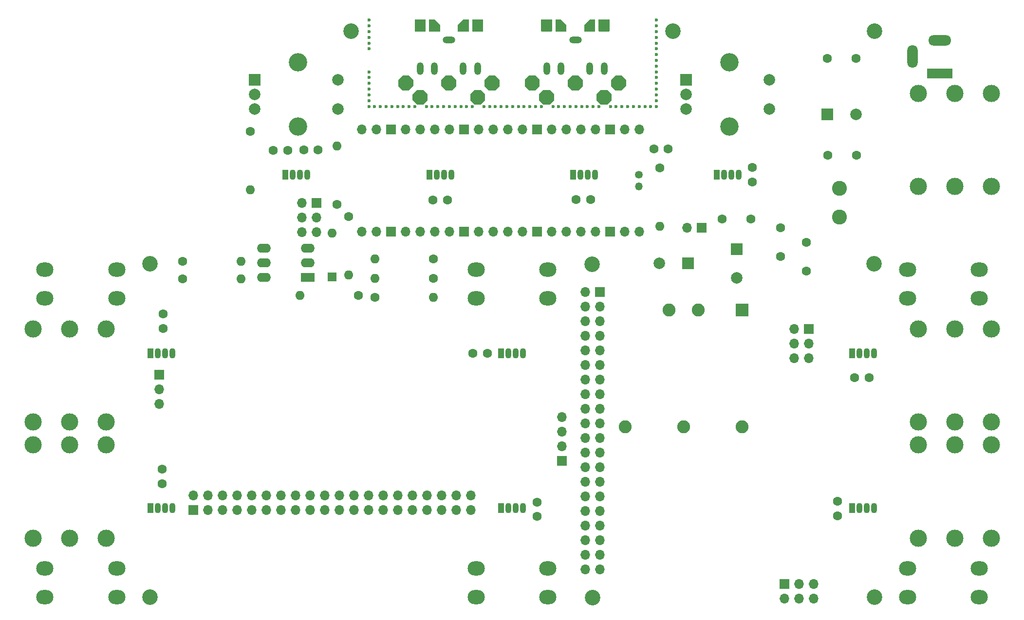
<source format=gts>
G04 #@! TF.GenerationSoftware,KiCad,Pcbnew,7.0.1.1-36-gbcf78dbe24-dirty-deb11*
G04 #@! TF.CreationDate,2023-04-04T18:12:21+00:00*
G04 #@! TF.ProjectId,pedalboard-hw,70656461-6c62-46f6-9172-642d68772e6b,1.0.2*
G04 #@! TF.SameCoordinates,Original*
G04 #@! TF.FileFunction,Soldermask,Top*
G04 #@! TF.FilePolarity,Negative*
%FSLAX46Y46*%
G04 Gerber Fmt 4.6, Leading zero omitted, Abs format (unit mm)*
G04 Created by KiCad (PCBNEW 7.0.1.1-36-gbcf78dbe24-dirty-deb11) date 2023-04-04 18:12:21*
%MOMM*%
%LPD*%
G01*
G04 APERTURE LIST*
%ADD10C,2.700000*%
%ADD11C,1.600000*%
%ADD12O,1.200000X2.200000*%
%ADD13O,2.200000X1.200000*%
%ADD14C,3.000000*%
%ADD15R,4.400000X1.800000*%
%ADD16O,4.000000X1.800000*%
%ADD17O,1.800000X4.000000*%
%ADD18O,1.600000X1.600000*%
%ADD19R,1.070000X1.800000*%
%ADD20O,1.070000X1.800000*%
%ADD21R,2.250000X2.250000*%
%ADD22C,2.250000*%
%ADD23R,1.700000X1.700000*%
%ADD24O,1.700000X1.700000*%
%ADD25C,0.600000*%
%ADD26O,3.000000X2.500000*%
%ADD27R,2.400000X1.600000*%
%ADD28O,2.400000X1.600000*%
%ADD29C,2.600000*%
%ADD30R,2.000000X2.000000*%
%ADD31C,2.000000*%
%ADD32C,3.200000*%
%ADD33R,1.600000X1.600000*%
%ADD34C,1.350000*%
%ADD35O,1.350000X1.350000*%
G04 APERTURE END LIST*
D10*
X148020000Y3500000D03*
D11*
X126800000Y78300000D03*
X126800000Y75800000D03*
D12*
X101000000Y95500000D03*
X98500000Y95500000D03*
D13*
X96000000Y100500000D03*
D12*
X91000000Y95500000D03*
X93500000Y95500000D03*
D10*
X113000000Y102000000D03*
D14*
X8050000Y13800000D03*
X8050000Y30030000D03*
X1700000Y13800000D03*
X1700000Y30030000D03*
X14400000Y13800000D03*
X14400000Y30030000D03*
D11*
X139900000Y80400000D03*
X144900000Y80400000D03*
D15*
X159400000Y94600000D03*
D16*
X159400000Y100400000D03*
D17*
X154600000Y97600000D03*
D11*
X110700000Y78180000D03*
D18*
X110700000Y68020000D03*
D19*
X95600000Y77000000D03*
D20*
X96870000Y77000000D03*
X98140000Y77000000D03*
X99410000Y77000000D03*
D14*
X8085000Y34000000D03*
X8085000Y50230000D03*
X1735000Y34000000D03*
X1735000Y50230000D03*
X14435000Y34000000D03*
X14435000Y50230000D03*
D21*
X124960000Y53480000D03*
D22*
X117340000Y53480000D03*
X112260000Y53480000D03*
X104640000Y33160000D03*
X114800000Y33160000D03*
X124960000Y33160000D03*
D14*
X161950000Y30005000D03*
X161950000Y13775000D03*
X168300000Y30005000D03*
X168300000Y13775000D03*
X155600000Y30005000D03*
X155600000Y13775000D03*
D10*
X22000000Y61500000D03*
D19*
X120600000Y77000000D03*
D20*
X121870000Y77000000D03*
X123140000Y77000000D03*
X124410000Y77000000D03*
D11*
X89310000Y20070000D03*
X89310000Y17570000D03*
D19*
X83100000Y19000000D03*
D20*
X84370000Y19000000D03*
X85640000Y19000000D03*
X86910000Y19000000D03*
D10*
X98980000Y3480000D03*
D23*
X29590000Y18680000D03*
D24*
X29590000Y21220000D03*
X32130000Y18680000D03*
X32130000Y21220000D03*
X34670000Y18680000D03*
X34670000Y21220000D03*
X37210000Y18680000D03*
X37210000Y21220000D03*
X39750000Y18680000D03*
X39750000Y21220000D03*
X42290000Y18680000D03*
X42290000Y21220000D03*
X44830000Y18680000D03*
X44830000Y21220000D03*
X47370000Y18680000D03*
X47370000Y21220000D03*
X49910000Y18680000D03*
X49910000Y21220000D03*
X52450000Y18680000D03*
X52450000Y21220000D03*
X54990000Y18680000D03*
X54990000Y21220000D03*
X57530000Y18680000D03*
X57530000Y21220000D03*
X60070000Y18680000D03*
X60070000Y21220000D03*
X62610000Y18680000D03*
X62610000Y21220000D03*
X65150000Y18680000D03*
X65150000Y21220000D03*
X67690000Y18680000D03*
X67690000Y21220000D03*
X70230000Y18680000D03*
X70230000Y21220000D03*
X72770000Y18680000D03*
X72770000Y21220000D03*
X75310000Y18680000D03*
X75310000Y21220000D03*
X77850000Y18680000D03*
X77850000Y21220000D03*
D11*
X141620000Y17700000D03*
X141620000Y20200000D03*
D25*
X60100000Y103925000D03*
X60100000Y102925000D03*
X60100000Y101925000D03*
X60100000Y100925000D03*
X60100000Y99925000D03*
X60100000Y98925000D03*
X60100000Y94925000D03*
X60100000Y93925000D03*
X60100000Y92925000D03*
X60100000Y91925000D03*
X60100000Y90925000D03*
X60100000Y89925000D03*
X60100000Y88925000D03*
X61100000Y88925000D03*
X62100000Y88925000D03*
X63100000Y88925000D03*
X64100000Y88925000D03*
X65100000Y88925000D03*
X66100000Y88925000D03*
X67100000Y88925000D03*
X68100000Y88925000D03*
X70100000Y88925000D03*
X71100000Y88925000D03*
X72100000Y88925000D03*
X73100000Y88925000D03*
X74100000Y88925000D03*
X75100000Y88925000D03*
X76100000Y88925000D03*
X77100000Y88925000D03*
X78100000Y88925000D03*
X80100000Y88925000D03*
X81100000Y88925000D03*
X82100000Y88925000D03*
X83100000Y88925000D03*
X84100000Y88925000D03*
X85100000Y88925000D03*
X86100000Y88925000D03*
X87100000Y88925000D03*
X88100000Y88925000D03*
X89100000Y88925000D03*
X90100000Y88925000D03*
X92100000Y88925000D03*
X93100000Y88925000D03*
X94100000Y88925000D03*
X95100000Y88925000D03*
X96100000Y88925000D03*
X97100000Y88925000D03*
X98100000Y88925000D03*
X99100000Y88925000D03*
X100100000Y88925000D03*
X102100000Y88925000D03*
X103100000Y88925000D03*
X104100000Y88925000D03*
X105100000Y88925000D03*
X106100000Y88925000D03*
X107100000Y88925000D03*
X108100000Y88925000D03*
X109100000Y88925000D03*
X110100000Y103925000D03*
X110100000Y102925000D03*
X110100000Y101925000D03*
X110100000Y100925000D03*
X110100000Y99925000D03*
X110100000Y98925000D03*
X110100000Y97925000D03*
X110100000Y96925000D03*
X110100000Y95925000D03*
X110100000Y94925000D03*
X110100000Y93925000D03*
X110100000Y92925000D03*
X110100000Y91925000D03*
X110100000Y90925000D03*
X110100000Y89925000D03*
X110100000Y88925000D03*
D11*
X24155000Y23300000D03*
X24155000Y25800000D03*
D26*
X78750000Y60500000D03*
X91250000Y60500000D03*
X78750000Y55500000D03*
X91250000Y55500000D03*
D19*
X22100000Y46000000D03*
D20*
X23370000Y46000000D03*
X24640000Y46000000D03*
X25910000Y46000000D03*
D11*
X54575000Y71895000D03*
D18*
X54575000Y82055000D03*
D27*
X49475000Y59200000D03*
D28*
X49475000Y61740000D03*
X49475000Y64280000D03*
X41855000Y64280000D03*
X41855000Y61740000D03*
X41855000Y59200000D03*
D10*
X57000000Y102000000D03*
D29*
X141900000Y74700000D03*
X141900000Y69700000D03*
D14*
X161965000Y91200000D03*
X161965000Y74970000D03*
X168315000Y91200000D03*
X168315000Y74970000D03*
X155615000Y91200000D03*
X155615000Y74970000D03*
D11*
X43475000Y81300000D03*
X45975000Y81300000D03*
G36*
X87946312Y91714079D02*
G01*
X87214079Y92446312D01*
X87199200Y92482233D01*
X87199200Y93517767D01*
X87214079Y93553688D01*
X87946312Y94285921D01*
X87982233Y94300800D01*
X89017767Y94300800D01*
X89053688Y94285921D01*
X89785921Y93553688D01*
X89800800Y93517767D01*
X89800800Y92482233D01*
X89785921Y92446312D01*
X89053688Y91714079D01*
X89017767Y91699200D01*
X87982233Y91699200D01*
X87946312Y91714079D01*
G37*
G36*
X97285921Y92446312D02*
G01*
X96553688Y91714079D01*
X96517767Y91699200D01*
X95482233Y91699200D01*
X95446312Y91714079D01*
X94714079Y92446312D01*
X94699200Y92482233D01*
X94699200Y93517767D01*
X94714079Y93553688D01*
X95446312Y94285921D01*
X95482233Y94300800D01*
X96517767Y94300800D01*
X96553688Y94285921D01*
X97285921Y93553688D01*
X97300800Y93517767D01*
X97300800Y92482233D01*
X97285921Y92446312D01*
G37*
G36*
X102946312Y91714079D02*
G01*
X102214079Y92446312D01*
X102199200Y92482233D01*
X102199200Y93517767D01*
X102214079Y93553688D01*
X102946312Y94285921D01*
X102982233Y94300800D01*
X104017767Y94300800D01*
X104053688Y94285921D01*
X104785921Y93553688D01*
X104800800Y93517767D01*
X104800800Y92482233D01*
X104785921Y92446312D01*
X104053688Y91714079D01*
X104017767Y91699200D01*
X102982233Y91699200D01*
X102946312Y91714079D01*
G37*
G36*
X90446312Y89214079D02*
G01*
X89714079Y89946312D01*
X89699200Y89982233D01*
X89699200Y91017767D01*
X89714079Y91053688D01*
X90446312Y91785921D01*
X90482233Y91800800D01*
X91517767Y91800800D01*
X91553688Y91785921D01*
X92285921Y91053688D01*
X92300800Y91017767D01*
X92300800Y89982233D01*
X92285921Y89946312D01*
X91553688Y89214079D01*
X91517767Y89199200D01*
X90482233Y89199200D01*
X90446312Y89214079D01*
G37*
G36*
X100446312Y89214079D02*
G01*
X99714079Y89946312D01*
X99699200Y89982233D01*
X99699200Y91017767D01*
X99714079Y91053688D01*
X100446312Y91785921D01*
X100482233Y91800800D01*
X101517767Y91800800D01*
X101553688Y91785921D01*
X102285921Y91053688D01*
X102300800Y91017767D01*
X102300800Y89982233D01*
X102285921Y89946312D01*
X101553688Y89214079D01*
X101517767Y89199200D01*
X100482233Y89199200D01*
X100446312Y89214079D01*
G37*
G36*
X97564079Y101964079D02*
G01*
X97549200Y102000000D01*
X97549200Y103100000D01*
X97564079Y103135921D01*
X98464079Y104035921D01*
X98500000Y104050800D01*
X99400000Y104050800D01*
X99435921Y104035921D01*
X99450800Y104000000D01*
X99450800Y102000000D01*
X99435921Y101964079D01*
X99400000Y101949200D01*
X97600000Y101949200D01*
X97564079Y101964079D01*
G37*
G36*
G01*
X101950800Y104000000D02*
X101950800Y102000000D01*
G75*
G02*
X101900000Y101949200I-50800J0D01*
G01*
X100100000Y101949200D01*
G75*
G02*
X100049200Y102000000I0J50800D01*
G01*
X100049200Y104000000D01*
G75*
G02*
X100100000Y104050800I50800J0D01*
G01*
X101900000Y104050800D01*
G75*
G02*
X101950800Y104000000I0J-50800D01*
G01*
G37*
G36*
G01*
X91950800Y104000000D02*
X91950800Y102000000D01*
G75*
G02*
X91900000Y101949200I-50800J0D01*
G01*
X90100000Y101949200D01*
G75*
G02*
X90049200Y102000000I0J50800D01*
G01*
X90049200Y104000000D01*
G75*
G02*
X90100000Y104050800I50800J0D01*
G01*
X91900000Y104050800D01*
G75*
G02*
X91950800Y104000000I0J-50800D01*
G01*
G37*
G36*
X92564079Y101964079D02*
G01*
X92549200Y102000000D01*
X92549200Y104000000D01*
X92564079Y104035921D01*
X92600000Y104050800D01*
X93500000Y104050800D01*
X93535921Y104035921D01*
X94435921Y103135921D01*
X94450800Y103100000D01*
X94450800Y102000000D01*
X94435921Y101964079D01*
X94400000Y101949200D01*
X92600000Y101949200D01*
X92564079Y101964079D01*
G37*
D19*
X70600000Y77000000D03*
D20*
X71870000Y77000000D03*
X73140000Y77000000D03*
X74410000Y77000000D03*
D30*
X40250000Y93500000D03*
D31*
X40250000Y88500000D03*
X40250000Y91000000D03*
D32*
X47750000Y96600000D03*
X47750000Y85400000D03*
D31*
X54750000Y88500000D03*
X54750000Y93500000D03*
D11*
X48750000Y81325000D03*
X51250000Y81325000D03*
X144570000Y41700000D03*
X147070000Y41700000D03*
D30*
X124100000Y64067677D03*
D31*
X124100000Y59067677D03*
D11*
X58280000Y56020000D03*
D18*
X48120000Y56020000D03*
D10*
X147900000Y61550000D03*
D30*
X115600000Y61600000D03*
D31*
X110600000Y61600000D03*
D19*
X45600000Y77000000D03*
D20*
X46870000Y77000000D03*
X48140000Y77000000D03*
X49410000Y77000000D03*
D11*
X71250000Y72600000D03*
X73750000Y72600000D03*
D10*
X22000000Y3500000D03*
D14*
X161950000Y50220000D03*
X161950000Y33990000D03*
X168300000Y50220000D03*
X168300000Y33990000D03*
X155600000Y50220000D03*
X155600000Y33990000D03*
D26*
X3750000Y60500000D03*
X16250000Y60500000D03*
X3750000Y55500000D03*
X16250000Y55500000D03*
D11*
X109650000Y81530000D03*
X112150000Y81530000D03*
X27695000Y61950000D03*
D18*
X37855000Y61950000D03*
D30*
X139832323Y87500000D03*
D31*
X144832323Y87500000D03*
D19*
X144100000Y46000000D03*
D20*
X145370000Y46000000D03*
X146640000Y46000000D03*
X147910000Y46000000D03*
D11*
X61190000Y55660000D03*
D18*
X71350000Y55660000D03*
D19*
X22100000Y19000000D03*
D20*
X23370000Y19000000D03*
X24640000Y19000000D03*
X25910000Y19000000D03*
D11*
X56600000Y69730000D03*
D18*
X56600000Y59570000D03*
D11*
X126500000Y69300000D03*
X121500000Y69300000D03*
D33*
X53700000Y59225000D03*
D18*
X53700000Y66845000D03*
D11*
X96150000Y72700000D03*
X98650000Y72700000D03*
X71280000Y62425000D03*
D18*
X61120000Y62425000D03*
D11*
X144800000Y97300000D03*
X139800000Y97300000D03*
D10*
X98900000Y61434400D03*
D11*
X131700000Y67800000D03*
X131700000Y62800000D03*
D19*
X144100000Y19000000D03*
D20*
X145370000Y19000000D03*
X146640000Y19000000D03*
X147910000Y19000000D03*
D26*
X153750000Y8500000D03*
X166250000Y8500000D03*
X153750000Y3500000D03*
X166250000Y3500000D03*
X153750000Y60500000D03*
X166250000Y60500000D03*
X153750000Y55500000D03*
X166250000Y55500000D03*
D11*
X80670000Y45950000D03*
X78170000Y45950000D03*
D26*
X3750000Y8500000D03*
X16250000Y8500000D03*
X3750000Y3500000D03*
X16250000Y3500000D03*
D10*
X148000000Y102000000D03*
D11*
X71350000Y59020000D03*
D18*
X61190000Y59020000D03*
D30*
X115250000Y93500000D03*
D31*
X115250000Y88500000D03*
X115250000Y91000000D03*
D32*
X122750000Y96600000D03*
X122750000Y85400000D03*
D31*
X129750000Y88500000D03*
X129750000Y93500000D03*
D11*
X27695000Y58950000D03*
D18*
X37855000Y58950000D03*
D26*
X78750000Y8500000D03*
X91250000Y8500000D03*
X78750000Y3500000D03*
X91250000Y3500000D03*
D11*
X136200000Y60300000D03*
X136200000Y65300000D03*
G36*
X65951812Y91714079D02*
G01*
X65219579Y92446312D01*
X65204700Y92482233D01*
X65204700Y93517767D01*
X65219579Y93553688D01*
X65951812Y94285921D01*
X65987733Y94300800D01*
X67023267Y94300800D01*
X67059188Y94285921D01*
X67791421Y93553688D01*
X67806300Y93517767D01*
X67806300Y92482233D01*
X67791421Y92446312D01*
X67059188Y91714079D01*
X67023267Y91699200D01*
X65987733Y91699200D01*
X65951812Y91714079D01*
G37*
G36*
X75291421Y92446312D02*
G01*
X74559188Y91714079D01*
X74523267Y91699200D01*
X73487733Y91699200D01*
X73451812Y91714079D01*
X72719579Y92446312D01*
X72704700Y92482233D01*
X72704700Y93517767D01*
X72719579Y93553688D01*
X73451812Y94285921D01*
X73487733Y94300800D01*
X74523267Y94300800D01*
X74559188Y94285921D01*
X75291421Y93553688D01*
X75306300Y93517767D01*
X75306300Y92482233D01*
X75291421Y92446312D01*
G37*
G36*
X80951812Y91714079D02*
G01*
X80219579Y92446312D01*
X80204700Y92482233D01*
X80204700Y93517767D01*
X80219579Y93553688D01*
X80951812Y94285921D01*
X80987733Y94300800D01*
X82023267Y94300800D01*
X82059188Y94285921D01*
X82791421Y93553688D01*
X82806300Y93517767D01*
X82806300Y92482233D01*
X82791421Y92446312D01*
X82059188Y91714079D01*
X82023267Y91699200D01*
X80987733Y91699200D01*
X80951812Y91714079D01*
G37*
G36*
X68451812Y89214079D02*
G01*
X67719579Y89946312D01*
X67704700Y89982233D01*
X67704700Y91017767D01*
X67719579Y91053688D01*
X68451812Y91785921D01*
X68487733Y91800800D01*
X69523267Y91800800D01*
X69559188Y91785921D01*
X70291421Y91053688D01*
X70306300Y91017767D01*
X70306300Y89982233D01*
X70291421Y89946312D01*
X69559188Y89214079D01*
X69523267Y89199200D01*
X68487733Y89199200D01*
X68451812Y89214079D01*
G37*
G36*
X78451812Y89214079D02*
G01*
X77719579Y89946312D01*
X77704700Y89982233D01*
X77704700Y91017767D01*
X77719579Y91053688D01*
X78451812Y91785921D01*
X78487733Y91800800D01*
X79523267Y91800800D01*
X79559188Y91785921D01*
X80291421Y91053688D01*
X80306300Y91017767D01*
X80306300Y89982233D01*
X80291421Y89946312D01*
X79559188Y89214079D01*
X79523267Y89199200D01*
X78487733Y89199200D01*
X78451812Y89214079D01*
G37*
G36*
X75569579Y101964079D02*
G01*
X75554700Y102000000D01*
X75554700Y103100000D01*
X75569579Y103135921D01*
X76469579Y104035921D01*
X76505500Y104050800D01*
X77405500Y104050800D01*
X77441421Y104035921D01*
X77456300Y104000000D01*
X77456300Y102000000D01*
X77441421Y101964079D01*
X77405500Y101949200D01*
X75605500Y101949200D01*
X75569579Y101964079D01*
G37*
G36*
G01*
X79956300Y104000000D02*
X79956300Y102000000D01*
G75*
G02*
X79905500Y101949200I-50800J0D01*
G01*
X78105500Y101949200D01*
G75*
G02*
X78054700Y102000000I0J50800D01*
G01*
X78054700Y104000000D01*
G75*
G02*
X78105500Y104050800I50800J0D01*
G01*
X79905500Y104050800D01*
G75*
G02*
X79956300Y104000000I0J-50800D01*
G01*
G37*
G36*
G01*
X69956300Y104000000D02*
X69956300Y102000000D01*
G75*
G02*
X69905500Y101949200I-50800J0D01*
G01*
X68105500Y101949200D01*
G75*
G02*
X68054700Y102000000I0J50800D01*
G01*
X68054700Y104000000D01*
G75*
G02*
X68105500Y104050800I50800J0D01*
G01*
X69905500Y104050800D01*
G75*
G02*
X69956300Y104000000I0J-50800D01*
G01*
G37*
G36*
X70569579Y101964079D02*
G01*
X70554700Y102000000D01*
X70554700Y104000000D01*
X70569579Y104035921D01*
X70605500Y104050800D01*
X71505500Y104050800D01*
X71541421Y104035921D01*
X72441421Y103135921D01*
X72456300Y103100000D01*
X72456300Y102000000D01*
X72441421Y101964079D01*
X72405500Y101949200D01*
X70605500Y101949200D01*
X70569579Y101964079D01*
G37*
X24355000Y52800000D03*
X24355000Y50300000D03*
D19*
X83100000Y46000000D03*
D20*
X84370000Y46000000D03*
X85640000Y46000000D03*
X86910000Y46000000D03*
D11*
X39500000Y84555000D03*
D18*
X39500000Y74395000D03*
D12*
X79000000Y95500000D03*
X76500000Y95500000D03*
D13*
X74000000Y100500000D03*
D12*
X69000000Y95500000D03*
X71500000Y95500000D03*
D23*
X93625000Y27220000D03*
D24*
X93625000Y29760000D03*
X93625000Y32300000D03*
X93625000Y34840000D03*
D23*
X118000000Y67825000D03*
D24*
X115460000Y67825000D03*
D34*
X107000000Y77000000D03*
D35*
X107000000Y75000000D03*
D24*
X107130000Y67110000D03*
X104590000Y67110000D03*
D23*
X102050000Y67110000D03*
D24*
X99510000Y67110000D03*
X96970000Y67110000D03*
X94430000Y67110000D03*
X91890000Y67110000D03*
D23*
X89350000Y67110000D03*
D24*
X86810000Y67110000D03*
X84270000Y67110000D03*
X81730000Y67110000D03*
X79190000Y67110000D03*
D23*
X76650000Y67110000D03*
D24*
X74110000Y67110000D03*
X71570000Y67110000D03*
X69030000Y67110000D03*
X66490000Y67110000D03*
D23*
X63950000Y67110000D03*
D24*
X61410000Y67110000D03*
X58870000Y67110000D03*
X58870000Y84890000D03*
X61410000Y84890000D03*
D23*
X63950000Y84890000D03*
D24*
X66490000Y84890000D03*
X69030000Y84890000D03*
X71570000Y84890000D03*
X74110000Y84890000D03*
D23*
X76650000Y84890000D03*
D24*
X79190000Y84890000D03*
X81730000Y84890000D03*
X84270000Y84890000D03*
X86810000Y84890000D03*
D23*
X89350000Y84890000D03*
D24*
X91890000Y84890000D03*
X94430000Y84890000D03*
X96970000Y84890000D03*
X99510000Y84890000D03*
D23*
X102050000Y84890000D03*
D24*
X104590000Y84890000D03*
X107130000Y84890000D03*
D23*
X23615000Y42210000D03*
D24*
X23615000Y39670000D03*
X23615000Y37130000D03*
D23*
X100250000Y56624400D03*
D24*
X97710000Y56624400D03*
X100250000Y54084400D03*
X97710000Y54084400D03*
X100250000Y51544400D03*
X97710000Y51544400D03*
X100250000Y49004400D03*
X97710000Y49004400D03*
X100250000Y46464400D03*
X97710000Y46464400D03*
X100250000Y43924400D03*
X97710000Y43924400D03*
X100250000Y41384400D03*
X97710000Y41384400D03*
X100250000Y38844400D03*
X97710000Y38844400D03*
X100250000Y36304400D03*
X97710000Y36304400D03*
X100250000Y33764400D03*
X97710000Y33764400D03*
X100250000Y31224400D03*
X97710000Y31224400D03*
X100250000Y28684400D03*
X97710000Y28684400D03*
X100250000Y26144400D03*
X97710000Y26144400D03*
X100250000Y23604400D03*
X97710000Y23604400D03*
X100250000Y21064400D03*
X97710000Y21064400D03*
X100250000Y18524400D03*
X97710000Y18524400D03*
X100250000Y15984400D03*
X97710000Y15984400D03*
X100250000Y13444400D03*
X97710000Y13444400D03*
X100250000Y10904400D03*
X97710000Y10904400D03*
X100250000Y8364400D03*
X97710000Y8364400D03*
D23*
X136555000Y50154400D03*
D24*
X134015000Y50154400D03*
X136555000Y47614400D03*
X134015000Y47614400D03*
X136555000Y45074400D03*
X134015000Y45074400D03*
D23*
X132380000Y5849400D03*
D24*
X132380000Y3309400D03*
X134920000Y5849400D03*
X134920000Y3309400D03*
X137460000Y5849400D03*
X137460000Y3309400D03*
D23*
X51000000Y72150000D03*
D24*
X48460000Y72150000D03*
X51000000Y69610000D03*
X48460000Y69610000D03*
X51000000Y67070000D03*
X48460000Y67070000D03*
M02*

</source>
